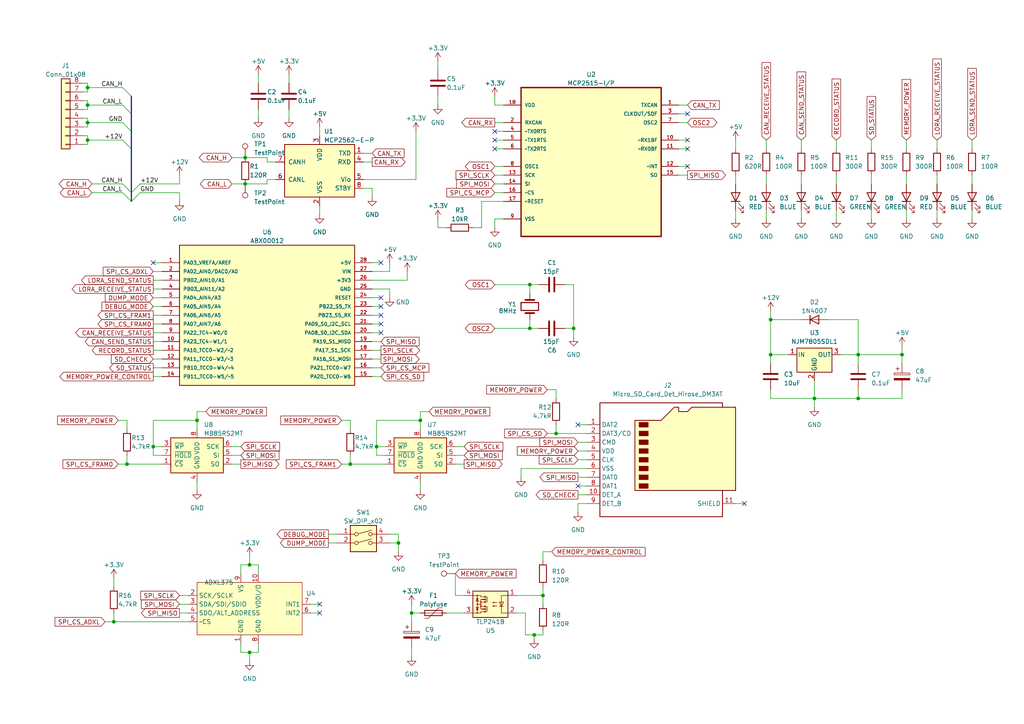
<source format=kicad_sch>
(kicad_sch (version 20230121) (generator eeschema)
  (paper "A4")
  (junction (at 121.92 121.92))
  (junction (at 236.22 115.57))
  (junction (at 261.62 102.87))
  (junction (at 153.67 95.25))
  (junction (at 101.6 134.62))
  (junction (at 25.4 30.48))
  (junction (at 57.15 121.92))
  (junction (at 25.4 25.4))
  (junction (at 153.67 82.55))
  (junction (at 25.4 40.64))
  (junction (at 154.94 184.15))
  (junction (at 71.12 53.34))
  (junction (at 248.92 115.57))
  (junction (at 33.02 180.34))
  (junction (at 161.29 125.73))
  (junction (at 157.48 172.72))
  (junction (at 72.39 163.83))
  (junction (at 223.52 102.87))
  (junction (at 109.22 129.54))
  (junction (at 119.38 177.8))
  (junction (at 25.4 35.56))
  (junction (at 115.57 157.48))
  (junction (at 36.83 134.62))
  (junction (at 71.12 45.72))
  (junction (at 72.39 189.23))
  (junction (at 44.45 129.54))
  (junction (at 166.37 95.25))
  (junction (at 223.52 92.71))
  (junction (at 248.92 102.87))
  (no_connect (at 199.39 40.64))
  (no_connect (at 110.49 93.98))
  (no_connect (at 143.51 40.64))
  (no_connect (at 199.39 43.18))
  (no_connect (at 167.64 140.97))
  (no_connect (at 110.49 96.52))
  (no_connect (at 110.49 86.36))
  (no_connect (at 92.71 177.8))
  (no_connect (at 92.71 175.26))
  (no_connect (at 143.51 43.18))
  (no_connect (at 199.39 33.02))
  (no_connect (at 167.64 123.19))
  (no_connect (at 143.51 38.1))
  (no_connect (at 110.49 76.2))
  (no_connect (at 110.49 91.44))
  (no_connect (at 110.49 88.9))
  (no_connect (at 215.9 146.05))
  (no_connect (at 44.45 76.2))
  (no_connect (at 199.39 48.26))
  (bus_entry (at 38.1 55.88) (size 2.54 -2.54))
  (bus_entry (at 35.56 35.56) (size 2.54 2.54))
  (bus_entry (at 38.1 58.42) (size -2.54 -2.54))
  (bus_entry (at 35.56 25.4) (size 2.54 2.54))
  (bus_entry (at 35.56 30.48) (size 2.54 2.54))
  (bus_entry (at 38.1 58.42) (size 2.54 -2.54))
  (bus_entry (at 35.56 40.64) (size 2.54 2.54))
  (bus_entry (at 38.1 55.88) (size -2.54 -2.54))
  (wire (pts (xy 52.07 58.42) (xy 52.07 55.88)))
  (wire (pts (xy 167.64 138.43) (xy 170.18 138.43)))
  (wire (pts (xy 25.4 40.64) (xy 35.56 40.64)))
  (wire (pts (xy 72.39 163.83) (xy 74.93 163.83)))
  (wire (pts (xy 52.07 53.34) (xy 40.64 53.34)))
  (wire (pts (xy 166.37 97.79) (xy 166.37 95.25)))
  (wire (pts (xy 196.85 50.8) (xy 199.39 50.8)))
  (wire (pts (xy 196.85 33.02) (xy 199.39 33.02)))
  (wire (pts (xy 109.22 121.92) (xy 109.22 129.54)))
  (wire (pts (xy 196.85 30.48) (xy 199.39 30.48)))
  (bus (pts (xy 38.1 55.88) (xy 38.1 58.42)))
  (wire (pts (xy 261.62 113.03) (xy 261.62 115.57)))
  (wire (pts (xy 101.6 134.62) (xy 111.76 134.62)))
  (wire (pts (xy 143.51 53.34) (xy 146.05 53.34)))
  (wire (pts (xy 57.15 121.92) (xy 57.15 124.46)))
  (wire (pts (xy 146.05 58.42) (xy 139.7 58.42)))
  (wire (pts (xy 107.95 83.82) (xy 113.03 83.82)))
  (wire (pts (xy 113.03 157.48) (xy 115.57 157.48)))
  (wire (pts (xy 107.95 81.28) (xy 118.11 81.28)))
  (wire (pts (xy 271.78 50.8) (xy 271.78 53.34)))
  (wire (pts (xy 132.08 166.37) (xy 132.08 172.72)))
  (wire (pts (xy 262.89 40.64) (xy 262.89 43.18)))
  (wire (pts (xy 236.22 110.49) (xy 236.22 115.57)))
  (wire (pts (xy 167.64 133.35) (xy 170.18 133.35)))
  (wire (pts (xy 25.4 35.56) (xy 25.4 36.83)))
  (wire (pts (xy 167.64 143.51) (xy 170.18 143.51)))
  (wire (pts (xy 166.37 95.25) (xy 166.37 82.55)))
  (wire (pts (xy 74.93 163.83) (xy 74.93 166.37)))
  (wire (pts (xy 44.45 109.22) (xy 46.99 109.22)))
  (wire (pts (xy 167.64 130.81) (xy 170.18 130.81)))
  (wire (pts (xy 154.94 184.15) (xy 157.48 184.15)))
  (wire (pts (xy 228.6 102.87) (xy 223.52 102.87)))
  (wire (pts (xy 44.45 78.74) (xy 46.99 78.74)))
  (wire (pts (xy 223.52 92.71) (xy 223.52 102.87)))
  (wire (pts (xy 252.73 40.64) (xy 252.73 43.18)))
  (wire (pts (xy 232.41 50.8) (xy 232.41 53.34)))
  (wire (pts (xy 153.67 95.25) (xy 156.21 95.25)))
  (wire (pts (xy 52.07 172.72) (xy 54.61 172.72)))
  (wire (pts (xy 90.17 175.26) (xy 92.71 175.26)))
  (wire (pts (xy 236.22 115.57) (xy 236.22 118.11)))
  (wire (pts (xy 196.85 43.18) (xy 199.39 43.18)))
  (wire (pts (xy 109.22 129.54) (xy 109.22 132.08)))
  (wire (pts (xy 44.45 91.44) (xy 46.99 91.44)))
  (wire (pts (xy 113.03 154.94) (xy 115.57 154.94)))
  (wire (pts (xy 107.95 86.36) (xy 110.49 86.36)))
  (wire (pts (xy 223.52 90.17) (xy 223.52 92.71)))
  (wire (pts (xy 44.45 106.68) (xy 46.99 106.68)))
  (wire (pts (xy 223.52 115.57) (xy 236.22 115.57)))
  (wire (pts (xy 252.73 50.8) (xy 252.73 53.34)))
  (wire (pts (xy 36.83 134.62) (xy 46.99 134.62)))
  (wire (pts (xy 223.52 102.87) (xy 223.52 105.41)))
  (wire (pts (xy 143.51 95.25) (xy 153.67 95.25)))
  (wire (pts (xy 248.92 115.57) (xy 248.92 113.03)))
  (wire (pts (xy 107.95 91.44) (xy 110.49 91.44)))
  (wire (pts (xy 107.95 54.61) (xy 107.95 57.15)))
  (wire (pts (xy 242.57 60.96) (xy 242.57 63.5)))
  (wire (pts (xy 74.93 21.59) (xy 74.93 24.13)))
  (bus (pts (xy 38.1 27.94) (xy 38.1 33.02)))
  (wire (pts (xy 157.48 160.02) (xy 157.48 162.56)))
  (wire (pts (xy 153.67 85.09) (xy 153.67 82.55)))
  (wire (pts (xy 213.36 40.64) (xy 213.36 43.18)))
  (wire (pts (xy 161.29 123.19) (xy 161.29 125.73)))
  (wire (pts (xy 69.85 186.69) (xy 69.85 189.23)))
  (wire (pts (xy 196.85 40.64) (xy 199.39 40.64)))
  (wire (pts (xy 46.99 132.08) (xy 44.45 132.08)))
  (wire (pts (xy 143.51 63.5) (xy 146.05 63.5)))
  (wire (pts (xy 153.67 82.55) (xy 156.21 82.55)))
  (wire (pts (xy 262.89 60.96) (xy 262.89 63.5)))
  (wire (pts (xy 24.13 41.91) (xy 25.4 41.91)))
  (wire (pts (xy 107.95 93.98) (xy 110.49 93.98)))
  (wire (pts (xy 105.41 44.45) (xy 107.95 44.45)))
  (wire (pts (xy 153.67 92.71) (xy 153.67 95.25)))
  (wire (pts (xy 107.95 76.2) (xy 110.49 76.2)))
  (wire (pts (xy 132.08 134.62) (xy 134.62 134.62)))
  (wire (pts (xy 163.83 95.25) (xy 166.37 95.25)))
  (wire (pts (xy 52.07 55.88) (xy 40.64 55.88)))
  (wire (pts (xy 242.57 40.64) (xy 242.57 43.18)))
  (wire (pts (xy 149.86 177.8) (xy 152.4 177.8)))
  (wire (pts (xy 105.41 46.99) (xy 107.95 46.99)))
  (wire (pts (xy 151.13 138.43) (xy 151.13 135.89)))
  (wire (pts (xy 121.92 121.92) (xy 109.22 121.92)))
  (wire (pts (xy 95.25 154.94) (xy 97.79 154.94)))
  (wire (pts (xy 161.29 125.73) (xy 170.18 125.73)))
  (wire (pts (xy 90.17 177.8) (xy 92.71 177.8)))
  (wire (pts (xy 127 27.94) (xy 127 30.48)))
  (wire (pts (xy 132.08 132.08) (xy 134.62 132.08)))
  (wire (pts (xy 107.95 106.68) (xy 110.49 106.68)))
  (wire (pts (xy 213.36 60.96) (xy 213.36 63.5)))
  (wire (pts (xy 167.64 140.97) (xy 170.18 140.97)))
  (wire (pts (xy 143.51 55.88) (xy 146.05 55.88)))
  (wire (pts (xy 72.39 189.23) (xy 74.93 189.23)))
  (wire (pts (xy 113.03 83.82) (xy 113.03 86.36)))
  (wire (pts (xy 132.08 129.54) (xy 134.62 129.54)))
  (wire (pts (xy 57.15 119.38) (xy 57.15 121.92)))
  (wire (pts (xy 240.03 92.71) (xy 248.92 92.71)))
  (wire (pts (xy 44.45 88.9) (xy 46.99 88.9)))
  (wire (pts (xy 67.31 45.72) (xy 71.12 45.72)))
  (wire (pts (xy 67.31 132.08) (xy 69.85 132.08)))
  (wire (pts (xy 24.13 24.13) (xy 25.4 24.13)))
  (wire (pts (xy 67.31 134.62) (xy 69.85 134.62)))
  (wire (pts (xy 248.92 102.87) (xy 261.62 102.87)))
  (wire (pts (xy 52.07 177.8) (xy 54.61 177.8)))
  (wire (pts (xy 25.4 34.29) (xy 25.4 35.56)))
  (wire (pts (xy 25.4 36.83) (xy 24.13 36.83)))
  (wire (pts (xy 77.47 46.99) (xy 77.47 45.72)))
  (wire (pts (xy 33.02 177.8) (xy 33.02 180.34)))
  (wire (pts (xy 44.45 81.28) (xy 46.99 81.28)))
  (wire (pts (xy 252.73 60.96) (xy 252.73 63.5)))
  (bus (pts (xy 38.1 43.18) (xy 38.1 55.88)))
  (wire (pts (xy 25.4 35.56) (xy 35.56 35.56)))
  (wire (pts (xy 121.92 139.7) (xy 121.92 142.24)))
  (wire (pts (xy 111.76 129.54) (xy 109.22 129.54)))
  (wire (pts (xy 281.94 40.64) (xy 281.94 43.18)))
  (wire (pts (xy 59.69 119.38) (xy 57.15 119.38)))
  (wire (pts (xy 46.99 129.54) (xy 44.45 129.54)))
  (wire (pts (xy 67.31 53.34) (xy 71.12 53.34)))
  (wire (pts (xy 74.93 186.69) (xy 74.93 189.23)))
  (wire (pts (xy 154.94 184.15) (xy 154.94 185.42)))
  (wire (pts (xy 119.38 175.26) (xy 119.38 177.8)))
  (wire (pts (xy 134.62 172.72) (xy 132.08 172.72)))
  (wire (pts (xy 99.06 121.92) (xy 101.6 121.92)))
  (wire (pts (xy 167.64 128.27) (xy 170.18 128.27)))
  (wire (pts (xy 24.13 31.75) (xy 25.4 31.75)))
  (wire (pts (xy 83.82 31.75) (xy 83.82 34.29)))
  (wire (pts (xy 167.64 146.05) (xy 170.18 146.05)))
  (wire (pts (xy 44.45 101.6) (xy 46.99 101.6)))
  (wire (pts (xy 167.64 146.05) (xy 167.64 148.59)))
  (wire (pts (xy 281.94 60.96) (xy 281.94 63.5)))
  (wire (pts (xy 25.4 25.4) (xy 35.56 25.4)))
  (wire (pts (xy 243.84 102.87) (xy 248.92 102.87)))
  (wire (pts (xy 262.89 50.8) (xy 262.89 53.34)))
  (wire (pts (xy 69.85 189.23) (xy 72.39 189.23)))
  (wire (pts (xy 24.13 26.67) (xy 25.4 26.67)))
  (wire (pts (xy 36.83 121.92) (xy 36.83 124.46)))
  (wire (pts (xy 152.4 177.8) (xy 152.4 184.15)))
  (wire (pts (xy 92.71 59.69) (xy 92.71 62.23)))
  (wire (pts (xy 44.45 96.52) (xy 46.99 96.52)))
  (wire (pts (xy 139.7 66.04) (xy 137.16 66.04)))
  (wire (pts (xy 107.95 99.06) (xy 110.49 99.06)))
  (wire (pts (xy 213.36 50.8) (xy 213.36 53.34)))
  (wire (pts (xy 242.57 50.8) (xy 242.57 53.34)))
  (wire (pts (xy 34.29 121.92) (xy 36.83 121.92)))
  (wire (pts (xy 101.6 132.08) (xy 101.6 134.62)))
  (wire (pts (xy 157.48 170.18) (xy 157.48 172.72)))
  (wire (pts (xy 143.51 48.26) (xy 146.05 48.26)))
  (wire (pts (xy 52.07 175.26) (xy 54.61 175.26)))
  (wire (pts (xy 69.85 163.83) (xy 72.39 163.83)))
  (wire (pts (xy 232.41 40.64) (xy 232.41 43.18)))
  (wire (pts (xy 44.45 121.92) (xy 57.15 121.92)))
  (wire (pts (xy 222.25 50.8) (xy 222.25 53.34)))
  (wire (pts (xy 261.62 100.33) (xy 261.62 102.87)))
  (wire (pts (xy 271.78 60.96) (xy 271.78 63.5)))
  (wire (pts (xy 25.4 39.37) (xy 25.4 40.64)))
  (wire (pts (xy 35.56 55.88) (xy 26.67 55.88)))
  (wire (pts (xy 24.13 29.21) (xy 25.4 29.21)))
  (wire (pts (xy 163.83 82.55) (xy 166.37 82.55)))
  (wire (pts (xy 80.01 46.99) (xy 77.47 46.99)))
  (wire (pts (xy 143.51 35.56) (xy 146.05 35.56)))
  (wire (pts (xy 167.64 123.19) (xy 170.18 123.19)))
  (wire (pts (xy 143.51 30.48) (xy 146.05 30.48)))
  (wire (pts (xy 72.39 191.77) (xy 72.39 189.23)))
  (wire (pts (xy 44.45 76.2) (xy 46.99 76.2)))
  (wire (pts (xy 143.51 50.8) (xy 146.05 50.8)))
  (wire (pts (xy 83.82 21.59) (xy 83.82 24.13)))
  (wire (pts (xy 160.02 160.02) (xy 157.48 160.02)))
  (wire (pts (xy 124.46 119.38) (xy 121.92 119.38)))
  (bus (pts (xy 38.1 38.1) (xy 38.1 43.18)))
  (wire (pts (xy 143.51 43.18) (xy 146.05 43.18)))
  (wire (pts (xy 69.85 166.37) (xy 69.85 163.83)))
  (wire (pts (xy 30.48 180.34) (xy 33.02 180.34)))
  (wire (pts (xy 261.62 105.41) (xy 261.62 102.87)))
  (wire (pts (xy 119.38 187.96) (xy 119.38 190.5)))
  (wire (pts (xy 118.11 78.74) (xy 118.11 81.28)))
  (wire (pts (xy 77.47 52.07) (xy 77.47 53.34)))
  (wire (pts (xy 271.78 40.64) (xy 271.78 43.18)))
  (wire (pts (xy 36.83 132.08) (xy 36.83 134.62)))
  (wire (pts (xy 143.51 82.55) (xy 153.67 82.55)))
  (wire (pts (xy 107.95 109.22) (xy 110.49 109.22)))
  (wire (pts (xy 158.75 113.03) (xy 161.29 113.03)))
  (wire (pts (xy 99.06 134.62) (xy 101.6 134.62)))
  (wire (pts (xy 44.45 86.36) (xy 46.99 86.36)))
  (wire (pts (xy 44.45 129.54) (xy 44.45 132.08)))
  (wire (pts (xy 107.95 88.9) (xy 110.49 88.9)))
  (wire (pts (xy 248.92 115.57) (xy 261.62 115.57)))
  (wire (pts (xy 222.25 60.96) (xy 222.25 63.5)))
  (wire (pts (xy 222.25 40.64) (xy 222.25 43.18)))
  (wire (pts (xy 119.38 177.8) (xy 121.92 177.8)))
  (wire (pts (xy 121.92 119.38) (xy 121.92 121.92)))
  (wire (pts (xy 107.95 96.52) (xy 110.49 96.52)))
  (wire (pts (xy 161.29 113.03) (xy 161.29 115.57)))
  (wire (pts (xy 113.03 76.2) (xy 113.03 78.74)))
  (wire (pts (xy 25.4 31.75) (xy 25.4 30.48)))
  (wire (pts (xy 95.25 157.48) (xy 97.79 157.48)))
  (wire (pts (xy 25.4 30.48) (xy 25.4 29.21)))
  (wire (pts (xy 143.51 66.04) (xy 143.51 63.5)))
  (wire (pts (xy 223.52 92.71) (xy 232.41 92.71)))
  (wire (pts (xy 120.65 38.1) (xy 120.65 52.07)))
  (wire (pts (xy 248.92 92.71) (xy 248.92 102.87)))
  (wire (pts (xy 143.51 40.64) (xy 146.05 40.64)))
  (wire (pts (xy 139.7 58.42) (xy 139.7 66.04)))
  (wire (pts (xy 157.48 172.72) (xy 157.48 175.26)))
  (wire (pts (xy 127 17.78) (xy 127 20.32)))
  (wire (pts (xy 33.02 180.34) (xy 54.61 180.34)))
  (wire (pts (xy 44.45 104.14) (xy 46.99 104.14)))
  (wire (pts (xy 67.31 129.54) (xy 69.85 129.54)))
  (wire (pts (xy 196.85 35.56) (xy 199.39 35.56)))
  (wire (pts (xy 119.38 177.8) (xy 119.38 180.34)))
  (wire (pts (xy 44.45 83.82) (xy 46.99 83.82)))
  (wire (pts (xy 71.12 53.34) (xy 77.47 53.34)))
  (wire (pts (xy 35.56 53.34) (xy 26.67 53.34)))
  (wire (pts (xy 107.95 104.14) (xy 110.49 104.14)))
  (bus (pts (xy 38.1 33.02) (xy 38.1 38.1)))
  (wire (pts (xy 157.48 184.15) (xy 157.48 182.88)))
  (wire (pts (xy 25.4 30.48) (xy 35.56 30.48)))
  (wire (pts (xy 151.13 135.89) (xy 170.18 135.89)))
  (wire (pts (xy 52.07 50.8) (xy 52.07 53.34)))
  (wire (pts (xy 127 66.04) (xy 129.54 66.04)))
  (wire (pts (xy 24.13 34.29) (xy 25.4 34.29)))
  (wire (pts (xy 25.4 25.4) (xy 25.4 26.67)))
  (wire (pts (xy 213.36 146.05) (xy 215.9 146.05)))
  (wire (pts (xy 44.45 129.54) (xy 44.45 121.92)))
  (wire (pts (xy 34.29 134.62) (xy 36.83 134.62)))
  (wire (pts (xy 101.6 121.92) (xy 101.6 124.46)))
  (wire (pts (xy 25.4 25.4) (xy 25.4 24.13)))
  (wire (pts (xy 92.71 36.83) (xy 92.71 39.37)))
  (wire (pts (xy 105.41 52.07) (xy 120.65 52.07)))
  (wire (pts (xy 248.92 102.87) (xy 248.92 105.41)))
  (wire (pts (xy 72.39 161.29) (xy 72.39 163.83)))
  (wire (pts (xy 33.02 167.64) (xy 33.02 170.18)))
  (wire (pts (xy 115.57 154.94) (xy 115.57 157.48)))
  (wire (pts (xy 236.22 115.57) (xy 248.92 115.57)))
  (wire (pts (xy 44.45 99.06) (xy 46.99 99.06)))
  (wire (pts (xy 44.45 93.98) (xy 46.99 93.98)))
  (wire (pts (xy 115.57 157.48) (xy 115.57 160.02)))
  (wire (pts (xy 105.41 54.61) (xy 107.95 54.61)))
  (wire (pts (xy 113.03 78.74) (xy 107.95 78.74)))
  (wire (pts (xy 111.76 132.08) (xy 109.22 132.08)))
  (wire (pts (xy 25.4 41.91) (xy 25.4 40.64)))
  (wire (pts (xy 127 63.5) (xy 127 66.04)))
  (wire (pts (xy 232.41 60.96) (xy 232.41 63.5)))
  (wire (pts (xy 158.75 125.73) (xy 161.29 125.73)))
  (wire (pts (xy 57.15 139.7) (xy 57.15 142.24)))
  (wire (pts (xy 281.94 50.8) (xy 281.94 53.34)))
  (wire (pts (xy 80.01 52.07) (xy 77.47 52.07)))
  (wire (pts (xy 74.93 31.75) (xy 74.93 34.29)))
  (wire (pts (xy 196.85 48.26) (xy 199.39 48.26)))
  (wire (pts (xy 157.48 172.72) (xy 149.86 172.72)))
  (wire (pts (xy 223.52 113.03) (xy 223.52 115.57)))
  (wire (pts (xy 71.12 45.72) (xy 77.47 45.72)))
  (wire (pts (xy 152.4 184.15) (xy 154.94 184.15)))
  (wire (pts (xy 129.54 177.8) (xy 134.62 177.8)))
  (wire (pts (xy 24.13 39.37) (xy 25.4 39.37)))
  (wire (pts (xy 143.51 38.1) (xy 146.05 38.1)))
  (wire (pts (xy 143.51 27.94) (xy 143.51 30.48)))
  (wire (pts (xy 107.95 101.6) (xy 110.49 101.6)))
  (wire (pts (xy 121.92 121.92) (xy 121.92 124.46)))
  (label "CAN_H" (at 35.56 25.4 180))
  (label "CAN_H" (at 35.56 53.34 180))
  (label "CAN_L" (at 35.56 30.48 180))
  (label "CAN_L" (at 35.56 55.88 180))
  (label "+12V" (at 35.56 40.64 180))
  (label "GND" (at 40.64 55.88 0))
  (label "GND" (at 35.56 35.56 180))
  (label "+12V" (at 40.64 53.34 0))
  (global_label "MEMORY_POWER" (shape input) (at 132.08 166.37 0) (property "Intersheetrefs" "${INTERSHEET_REFS}" (effects hide)))
  (global_label "SPI_CS_FRAM1" (shape input) (at 99.06 134.62 180) (property "Intersheetrefs" "${INTERSHEET_REFS}" (effects hide)))
  (global_label "LORA_RECEIVE_STATUS" (shape output) (at 44.45 83.82 180) (property "Intersheetrefs" "${INTERSHEET_REFS}" (effects hide)))
  (global_label "CAN_RECEIVE_STATUS" (shape output) (at 44.45 96.52 180) (property "Intersheetrefs" "${INTERSHEET_REFS}" (effects hide)))
  (global_label "OSC1" (shape bidirectional) (at 143.51 82.55 180) (property "Intersheetrefs" "${INTERSHEET_REFS}" (effects hide)))
  (global_label "SPI_CS_FRAM0" (shape output) (at 44.45 93.98 180) (property "Intersheetrefs" "${INTERSHEET_REFS}" (effects hide)))
  (global_label "SD_STATUS" (shape output) (at 44.45 106.68 180) (property "Intersheetrefs" "${INTERSHEET_REFS}" (effects hide)))
  (global_label "SPI_CS_FRAM1" (shape output) (at 44.45 91.44 180) (property "Intersheetrefs" "${INTERSHEET_REFS}" (effects hide)))
  (global_label "MEMORY_POWER" (shape input) (at 59.69 119.38 0) (property "Intersheetrefs" "${INTERSHEET_REFS}" (effects hide)))
  (global_label "CAN_L" (shape bidirectional) (at 67.31 53.34 180) (property "Intersheetrefs" "${INTERSHEET_REFS}" (effects hide)))
  (global_label "DEBUG_MODE" (shape output) (at 95.25 154.94 180) (property "Intersheetrefs" "${INTERSHEET_REFS}" (effects hide)))
  (global_label "LORA_RECEIVE_STATUS" (shape input) (at 271.78 40.64 90) (property "Intersheetrefs" "${INTERSHEET_REFS}" (effects hide)))
  (global_label "CAN_RX" (shape output) (at 143.51 35.56 180) (property "Intersheetrefs" "${INTERSHEET_REFS}" (effects hide)))
  (global_label "OSC2" (shape bidirectional) (at 143.51 95.25 180) (property "Intersheetrefs" "${INTERSHEET_REFS}" (effects hide)))
  (global_label "SPI_MISO" (shape output) (at 52.07 177.8 180) (property "Intersheetrefs" "${INTERSHEET_REFS}" (effects hide)))
  (global_label "SPI_CS_FRAM0" (shape input) (at 34.29 134.62 180) (property "Intersheetrefs" "${INTERSHEET_REFS}" (effects hide)))
  (global_label "SPI_CS_ADXL" (shape input) (at 44.45 78.74 180) (property "Intersheetrefs" "${INTERSHEET_REFS}" (effects hide)))
  (global_label "SPI_MOSI" (shape input) (at 134.62 132.08 0) (property "Intersheetrefs" "${INTERSHEET_REFS}" (effects hide)))
  (global_label "SPI_SCLK" (shape input) (at 143.51 50.8 180) (property "Intersheetrefs" "${INTERSHEET_REFS}" (effects hide)))
  (global_label "SPI_MISO" (shape output) (at 199.39 50.8 0) (property "Intersheetrefs" "${INTERSHEET_REFS}" (effects hide)))
  (global_label "SPI_SCLK" (shape input) (at 69.85 129.54 0) (property "Intersheetrefs" "${INTERSHEET_REFS}" (effects hide)))
  (global_label "SPI_CS_SD" (shape input) (at 110.49 109.22 0) (property "Intersheetrefs" "${INTERSHEET_REFS}" (effects hide)))
  (global_label "DEBUG_MODE" (shape input) (at 44.45 88.9 180) (property "Intersheetrefs" "${INTERSHEET_REFS}" (effects hide)))
  (global_label "DUMP_MODE" (shape output) (at 95.25 157.48 180) (property "Intersheetrefs" "${INTERSHEET_REFS}" (effects hide)))
  (global_label "MEMORY_POWER" (shape input) (at 34.29 121.92 180) (property "Intersheetrefs" "${INTERSHEET_REFS}" (effects hide)))
  (global_label "CAN_TX" (shape input) (at 107.95 44.45 0) (property "Intersheetrefs" "${INTERSHEET_REFS}" (effects hide)))
  (global_label "CAN_SEND_STATUS" (shape output) (at 44.45 99.06 180) (property "Intersheetrefs" "${INTERSHEET_REFS}" (effects hide)))
  (global_label "SPI_SCLK" (shape input) (at 134.62 129.54 0) (property "Intersheetrefs" "${INTERSHEET_REFS}" (effects hide)))
  (global_label "SPI_MISO" (shape output) (at 167.64 138.43 180) (property "Intersheetrefs" "${INTERSHEET_REFS}" (effects hide)))
  (global_label "SD_STATUS" (shape input) (at 252.73 40.64 90) (property "Intersheetrefs" "${INTERSHEET_REFS}" (effects hide)))
  (global_label "SPI_SCLK" (shape output) (at 110.49 101.6 0) (property "Intersheetrefs" "${INTERSHEET_REFS}" (effects hide)))
  (global_label "CAN_H" (shape bidirectional) (at 67.31 45.72 180) (property "Intersheetrefs" "${INTERSHEET_REFS}" (effects hide)))
  (global_label "SPI_MOSI" (shape input) (at 143.51 53.34 180) (property "Intersheetrefs" "${INTERSHEET_REFS}" (effects hide)))
  (global_label "OSC1" (shape bidirectional) (at 143.51 48.26 180) (property "Intersheetrefs" "${INTERSHEET_REFS}" (effects hide)))
  (global_label "CAN_RX" (shape output) (at 107.95 46.99 0) (property "Intersheetrefs" "${INTERSHEET_REFS}" (effects hide)))
  (global_label "MEMORY_POWER" (shape input) (at 124.46 119.38 0) (property "Intersheetrefs" "${INTERSHEET_REFS}" (effects hide)))
  (global_label "SPI_SCLK" (shape input) (at 167.64 133.35 180) (property "Intersheetrefs" "${INTERSHEET_REFS}" (effects hide)))
  (global_label "SPI_CS_MCP" (shape input) (at 110.49 106.68 0) (property "Intersheetrefs" "${INTERSHEET_REFS}" (effects hide)))
  (global_label "SPI_MOSI" (shape input) (at 167.64 128.27 180) (property "Intersheetrefs" "${INTERSHEET_REFS}" (effects hide)))
  (global_label "SPI_MISO" (shape input) (at 110.49 99.06 0) (property "Intersheetrefs" "${INTERSHEET_REFS}" (effects hide)))
  (global_label "LORA_SEND_STATUS" (shape output) (at 44.45 81.28 180) (property "Intersheetrefs" "${INTERSHEET_REFS}" (effects hide)))
  (global_label "SPI_MOSI" (shape input) (at 69.85 132.08 0) (property "Intersheetrefs" "${INTERSHEET_REFS}" (effects hide)))
  (global_label "MEMORY_POWER" (shape input) (at 167.64 130.81 180) (property "Intersheetrefs" "${INTERSHEET_REFS}" (effects hide)))
  (global_label "SPI_MOSI" (shape output) (at 110.49 104.14 0) (property "Intersheetrefs" "${INTERSHEET_REFS}" (effects hide)))
  (global_label "LORA_SEND_STATUS" (shape input) (at 281.94 40.64 90) (property "Intersheetrefs" "${INTERSHEET_REFS}" (effects hide)))
  (global_label "SPI_CS_MCP" (shape input) (at 143.51 55.88 180) (property "Intersheetrefs" "${INTERSHEET_REFS}" (effects hide)))
  (global_label "MEMORY_POWER" (shape input) (at 158.75 113.03 180) (property "Intersheetrefs" "${INTERSHEET_REFS}" (effects hide)))
  (global_label "CAN_SEND_STATUS" (shape input) (at 232.41 40.64 90) (property "Intersheetrefs" "${INTERSHEET_REFS}" (effects hide)))
  (global_label "SPI_CS_ADXL" (shape input) (at 30.48 180.34 180) (property "Intersheetrefs" "${INTERSHEET_REFS}" (effects hide)))
  (global_label "CAN_L" (shape bidirectional) (at 26.67 55.88 180) (property "Intersheetrefs" "${INTERSHEET_REFS}" (effects hide)))
  (global_label "MEMORY_POWER" (shape input) (at 99.06 121.92 180) (property "Intersheetrefs" "${INTERSHEET_REFS}" (effects hide)))
  (global_label "CAN_RECEIVE_STATUS" (shape input) (at 222.25 40.64 90) (property "Intersheetrefs" "${INTERSHEET_REFS}" (effects hide)))
  (global_label "MEMORY_POWER" (shape input) (at 262.89 40.64 90) (property "Intersheetrefs" "${INTERSHEET_REFS}" (effects hide)))
  (global_label "MEMORY_POWER_CONTROL" (shape output) (at 44.45 109.22 180) (property "Intersheetrefs" "${INTERSHEET_REFS}" (effects hide)))
  (global_label "CAN_TX" (shape input) (at 199.39 30.48 0) (property "Intersheetrefs" "${INTERSHEET_REFS}" (effects hide)))
  (global_label "CAN_H" (shape bidirectional) (at 26.67 53.34 180) (property "Intersheetrefs" "${INTERSHEET_REFS}" (effects hide)))
  (global_label "OSC2" (shape bidirectional) (at 199.39 35.56 0) (property "Intersheetrefs" "${INTERSHEET_REFS}" (effects hide)))
  (global_label "SPI_MOSI" (shape input) (at 52.07 175.26 180) (property "Intersheetrefs" "${INTERSHEET_REFS}" (effects hide)))
  (global_label "SPI_MISO" (shape output) (at 134.62 134.62 0) (property "Intersheetrefs" "${INTERSHEET_REFS}" (effects hide)))
  (global_label "RECORD_STATUS" (shape input) (at 242.57 40.64 90) (property "Intersheetrefs" "${INTERSHEET_REFS}" (effects hide)))
  (global_label "SD_CHECK" (shape input) (at 44.45 104.14 180) (property "Intersheetrefs" "${INTERSHEET_REFS}" (effects hide)))
  (global_label "SPI_CS_SD" (shape input) (at 158.75 125.73 180) (property "Intersheetrefs" "${INTERSHEET_REFS}" (effects hide)))
  (global_label "RECORD_STATUS" (shape output) (at 44.45 101.6 180) (property "Intersheetrefs" "${INTERSHEET_REFS}" (effects hide)))
  (global_label "SD_CHECK" (shape output) (at 167.64 143.51 180) (property "Intersheetrefs" "${INTERSHEET_REFS}" (effects hide)))
  (global_label "SPI_MISO" (shape output) (at 69.85 134.62 0) (property "Intersheetrefs" "${INTERSHEET_REFS}" (effects hide)))
  (global_label "DUMP_MODE" (shape input) (at 44.45 86.36 180) (property "Intersheetrefs" "${INTERSHEET_REFS}" (effects hide)))
  (global_label "MEMORY_POWER_CONTROL" (shape input) (at 160.02 160.02 0) (property "Intersheetrefs" "${INTERSHEET_REFS}" (effects hide)))
  (global_label "SPI_SCLK" (shape input) (at 52.07 172.72 180) (property "Intersheetrefs" "${INTERSHEET_REFS}" (effects hide)))
  (symbol (lib_id "Device:R") (at 213.36 46.99 0) (unit 1)
    (property "Reference" "R2" (at 215.9 45.7199 0) (effects (justify left)))
    (property "Value" "620R" (at 215.9 48.2599 0) (effects (justify left)))
    (property "Footprint" "Resistor_SMD:R_0603_1608Metric_Pad0.98x0.95mm_HandSolder" (effects hide))
  )
  (symbol (lib_id "Device:Polyfuse") (at 125.73 177.8 90) (unit 1)
    (property "Reference" "F1" (at 125.73 172.72 90))
    (property "Value" "Polyfuse" (at 125.73 175.26 90))
    (property "Footprint" "Fuse:Fuse_1206_3216Metric_Pad1.42x1.75mm_HandSolder" (effects hide))
  )
  (symbol (lib_id "power:GND") (at 121.92 142.24 0) (unit 1)
    (property "Reference" "#PWR037" (effects hide))
    (property "Value" "GND" (at 121.92 147.32 0))
  )
  (symbol (lib_id "power:GND") (at 127 30.48 0) (unit 1)
    (property "Reference" "#PWR022" (effects hide))
    (property "Value" "GND" (at 127 35.56 0))
  )
  (symbol (lib_id "Device:C") (at 248.92 109.22 0) (unit 1)
    (property "Reference" "C7" (at 252.73 108.585 0) (effects (justify left)))
    (property "Value" "0.1uF" (at 252.73 111.125 0) (effects (justify left)))
    (property "Footprint" "Capacitor_SMD:C_0603_1608Metric_Pad1.08x0.95mm_HandSolder" (effects hide))
  )
  (symbol (lib_id "Device:R") (at 271.78 46.99 0) (unit 1)
    (property "Reference" "R6" (at 274.32 45.7199 0) (effects (justify left)))
    (property "Value" "100R" (at 274.32 48.2599 0) (effects (justify left)))
    (property "Footprint" "Resistor_SMD:R_0805_2012Metric_Pad1.20x1.40mm_HandSolder" (effects hide))
  )
  (symbol (lib_id "power:GND") (at 113.03 86.36 0) (unit 1)
    (property "Reference" "#PWR02" (effects hide))
    (property "Value" "GND" (at 116.84 87.63 0))
  )
  (symbol (lib_id "power:GND") (at 167.64 148.59 0) (unit 1)
    (property "Reference" "#PWR028" (effects hide))
    (property "Value" "GND" (at 167.64 153.67 0))
  )
  (symbol (lib_id "power:GND") (at 281.94 63.5 0) (unit 1)
    (property "Reference" "#PWR043" (effects hide))
    (property "Value" "GND" (at 281.94 68.58 0))
  )
  (symbol (lib_id "power:GND") (at 119.38 190.5 0) (unit 1)
    (property "Reference" "#PWR019" (effects hide))
    (property "Value" "GND" (at 119.38 195.58 0))
  )
  (symbol (lib_id "Device:LED") (at 213.36 57.15 90) (unit 1)
    (property "Reference" "D1" (at 217.17 57.4674 90) (effects (justify right)))
    (property "Value" "RED" (at 217.17 60.0074 90) (effects (justify right)))
    (property "Footprint" "LED_SMD:LED_0603_1608Metric_Pad1.05x0.95mm_HandSolder" (effects hide))
  )
  (symbol (lib_id "Device:R") (at 133.35 66.04 90) (unit 1)
    (property "Reference" "R3" (at 133.35 60.96 90))
    (property "Value" "10kR" (at 133.35 63.5 90))
    (property "Footprint" "Resistor_SMD:R_0805_2012Metric_Pad1.20x1.40mm_HandSolder" (effects hide))
  )
  (symbol (lib_id "Device:C") (at 160.02 95.25 270) (mirror x) (unit 1)
    (property "Reference" "C6" (at 158.75 101.6 90) (effects (justify left)))
    (property "Value" "15pF" (at 157.48 99.06 90) (effects (justify left)))
    (property "Footprint" "Capacitor_SMD:C_0603_1608Metric_Pad1.08x0.95mm_HandSolder" (effects hide))
  )
  (symbol (lib_id "Regulator_Linear:L7805") (at 236.22 102.87 0) (unit 1)
    (property "Reference" "U3" (at 236.22 96.52 0))
    (property "Value" "NJM7805SDL1" (at 236.22 99.06 0))
    (property "Footprint" "Package_TO_SOT_SMD:TO-252-2" (effects hide))
    (property "Datasheet" "http://www.st.com/content/ccc/resource/technical/document/datasheet/41/4f/b3/b0/12/d4/47/88/CD00000444.pdf/files/CD00000444.pdf/jcr:content/translations/en.CD00000444.pdf" (effects hide))
  )
  (symbol (lib_id "Device:R") (at 252.73 46.99 0) (unit 1)
    (property "Reference" "R15" (at 255.27 45.7199 0) (effects (justify left)))
    (property "Value" "300R" (at 255.27 48.2599 0) (effects (justify left)))
    (property "Footprint" "Resistor_SMD:R_0603_1608Metric_Pad0.98x0.95mm_HandSolder" (effects hide))
  )
  (symbol (lib_id "power:GND") (at 52.07 58.42 0) (mirror y) (unit 1)
    (property "Reference" "#PWR045" (effects hide))
    (property "Value" "GND" (at 52.07 63.5 0))
  )
  (symbol (lib_id "power:GND") (at 213.36 63.5 0) (unit 1)
    (property "Reference" "#PWR032" (effects hide))
    (property "Value" "GND" (at 213.36 68.58 0))
  )
  (symbol (lib_id "Device:LED") (at 242.57 57.15 90) (unit 1)
    (property "Reference" "D7" (at 246.38 57.4674 90) (effects (justify right)))
    (property "Value" "GREEN" (at 246.38 60.0074 90) (effects (justify right)))
    (property "Footprint" "LED_SMD:LED_0603_1608Metric_Pad1.05x0.95mm_HandSolder" (effects hide))
  )
  (symbol (lib_id "Device:LED") (at 232.41 57.15 90) (unit 1)
    (property "Reference" "D4" (at 236.22 57.4674 90) (effects (justify right)))
    (property "Value" "BLUE" (at 236.22 60.0074 90) (effects (justify right)))
    (property "Footprint" "LED_SMD:LED_0603_1608Metric_Pad1.05x0.95mm_HandSolder" (effects hide))
  )
  (symbol (lib_id "Connector:TestPoint") (at 132.08 166.37 90) (unit 1)
    (property "Reference" "TP3" (at 128.778 161.29 90))
    (property "Value" "TestPoint" (at 128.778 163.83 90))
    (property "Footprint" "Connector_Pin:Pin_D1.0mm_L10.0mm" (effects hide))
  )
  (symbol (lib_id "Device:C") (at 83.82 27.94 0) (unit 1)
    (property "Reference" "C4" (at 86.36 26.67 0) (effects (justify left)))
    (property "Value" "0.1uF" (at 86.36 29.21 0) (effects (justify left)))
    (property "Footprint" "Capacitor_SMD:C_0603_1608Metric_Pad1.08x0.95mm_HandSolder" (effects hide))
  )
  (symbol (lib_id "Device:R") (at 101.6 128.27 0) (unit 1)
    (property "Reference" "R14" (at 102.87 127 0) (effects (justify left)))
    (property "Value" "4.7kR" (at 102.87 129.54 0) (effects (justify left)))
    (property "Footprint" "Resistor_SMD:R_0603_1608Metric_Pad0.98x0.95mm_HandSolder" (effects hide))
  )
  (symbol (lib_id "Device:R") (at 36.83 128.27 0) (unit 1)
    (property "Reference" "R13" (at 38.1 127 0) (effects (justify left)))
    (property "Value" "4.7kR" (at 38.1 129.54 0) (effects (justify left)))
    (property "Footprint" "Resistor_SMD:R_0603_1608Metric_Pad0.98x0.95mm_HandSolder" (effects hide))
  )
  (symbol (lib_id "power:+3.3V") (at 83.82 21.59 0) (unit 1)
    (property "Reference" "#PWR09" (effects hide))
    (property "Value" "+3.3V" (at 83.82 17.78 0))
  )
  (symbol (lib_id "power:GND") (at 222.25 63.5 0) (unit 1)
    (property "Reference" "#PWR035" (effects hide))
    (property "Value" "GND" (at 222.25 68.58 0))
  )
  (symbol (lib_id "Device:C") (at 223.52 109.22 0) (unit 1)
    (property "Reference" "C3" (at 227.33 108.585 0) (effects (justify left)))
    (property "Value" "10uF" (at 227.33 111.125 0) (effects (justify left)))
    (property "Footprint" "Capacitor_SMD:C_0603_1608Metric_Pad1.08x0.95mm_HandSolder" (effects hide))
  )
  (symbol (lib_id "power:+3.3V") (at 72.39 161.29 0) (unit 1)
    (property "Reference" "#PWR05" (effects hide))
    (property "Value" "+3.3V" (at 72.39 157.48 0))
  )
  (symbol (lib_id "Device:R") (at 157.48 179.07 0) (unit 1)
    (property "Reference" "R8" (at 160.02 178.435 0) (effects (justify left)))
    (property "Value" "120R" (at 160.02 180.975 0) (effects (justify left)))
    (property "Footprint" "Resistor_SMD:R_0603_1608Metric_Pad0.98x0.95mm_HandSolder" (effects hide))
  )
  (symbol (lib_id "power:+3.3V") (at 33.02 167.64 0) (unit 1)
    (property "Reference" "#PWR01" (effects hide))
    (property "Value" "+3.3V" (at 33.02 163.83 0))
  )
  (symbol (lib_id "Interface_CAN_LIN:MCP2562-E-P") (at 92.71 49.53 0) (mirror y) (unit 1)
    (property "Reference" "U1" (at 93.98 38.1 0) (effects (justify right)))
    (property "Value" "MCP2562-E-P" (at 93.98 40.64 0) (effects (justify right)))
    (property "Footprint" "Package_DIP:DIP-8_W7.62mm" (effects hide))
    (property "Datasheet" "http://ww1.microchip.com/downloads/en/DeviceDoc/25167A.pdf" (effects hide))
  )
  (symbol (lib_id "Device:C") (at 127 24.13 0) (unit 1)
    (property "Reference" "C5" (at 129.54 22.86 0) (effects (justify left)))
    (property "Value" "0.1uF" (at 129.54 25.4 0) (effects (justify left)))
    (property "Footprint" "Capacitor_SMD:C_0603_1608Metric_Pad1.08x0.95mm_HandSolder" (effects hide))
  )
  (symbol (lib_id "power:+5V") (at 74.93 21.59 0) (unit 1)
    (property "Reference" "#PWR07" (effects hide))
    (property "Value" "+5V" (at 74.93 17.78 0))
  )
  (symbol (lib_id "Device:LED") (at 281.94 57.15 90) (unit 1)
    (property "Reference" "D6" (at 285.75 57.4674 90) (effects (justify right)))
    (property "Value" "BLUE" (at 285.75 60.0074 90) (effects (justify right)))
    (property "Footprint" "LED_SMD:LED_0603_1608Metric_Pad1.05x0.95mm_HandSolder" (effects hide))
  )
  (symbol (lib_id "Switch:SW_DIP_x02") (at 105.41 157.48 0) (unit 1)
    (property "Reference" "SW1" (at 105.41 148.59 0))
    (property "Value" "SW_DIP_x02" (at 105.41 151.13 0))
    (property "Footprint" "Button_Switch_THT:SW_DIP_SPSTx02_Piano_10.8x6.64mm_W7.62mm_P2.54mm" (effects hide))
  )
  (symbol (lib_id "power:GND") (at 166.37 97.79 0) (unit 1)
    (property "Reference" "#PWR030" (effects hide))
    (property "Value" "GND" (at 166.37 102.87 0))
  )
  (symbol (lib_id "Device:R") (at 161.29 119.38 0) (mirror y) (unit 1)
    (property "Reference" "R12" (at 160.02 118.11 0) (effects (justify left)))
    (property "Value" "4.7kR" (at 160.02 120.65 0) (effects (justify left)))
    (property "Footprint" "Resistor_SMD:R_0603_1608Metric_Pad0.98x0.95mm_HandSolder" (effects hide))
  )
  (symbol (lib_id "power:GND") (at 57.15 142.24 0) (unit 1)
    (property "Reference" "#PWR038" (effects hide))
    (property "Value" "GND" (at 57.15 147.32 0))
  )
  (symbol (lib_id "power:GND") (at 151.13 138.43 0) (unit 1)
    (property "Reference" "#PWR024" (effects hide))
    (property "Value" "GND" (at 151.13 143.51 0))
  )
  (symbol (lib_id "Memory_NVRAM:MB85RS2MT") (at 121.92 132.08 0) (unit 1)
    (property "Reference" "U7" (at 123.8759 123.19 0) (effects (justify left)))
    (property "Value" "MB85RS2MT" (at 123.8759 125.73 0) (effects (justify left)))
    (property "Footprint" "Package_DIP:DIP-8_W7.62mm" (effects hide))
    (property "Datasheet" "http://www.fujitsu.com/downloads/MICRO/fsa/pdf/products/memory/fram/MB85RS16-DS501-00014-6v0-E.pdf" (effects hide))
  )
  (symbol (lib_id "StrawberryLinux_ADXL375_Module:ADXL375") (at 63.5 168.91 0) (unit 1)
    (property "Reference" "U4" (at 90.17 172.1103 0))
    (property "Value" "ADXL375" (at 63.5 168.91 0))
    (property "Footprint" "StrawberryLinux_ADXL375_Module:ADXL375" (effects hide))
  )
  (symbol (lib_id "Device:C") (at 74.93 27.94 0) (unit 1)
    (property "Reference" "C2" (at 77.47 26.67 0) (effects (justify left)))
    (property "Value" "0.1uF" (at 77.47 29.21 0) (effects (justify left)))
    (property "Footprint" "Capacitor_SMD:C_0603_1608Metric_Pad1.08x0.95mm_HandSolder" (effects hide))
  )
  (symbol (lib_id "Memory_NVRAM:MB85RS2MT") (at 57.15 132.08 0) (unit 1)
    (property "Reference" "U8" (at 59.1059 123.19 0) (effects (justify left)))
    (property "Value" "MB85RS2MT" (at 59.1059 125.73 0) (effects (justify left)))
    (property "Footprint" "Package_DIP:DIP-8_W7.62mm" (effects hide))
    (property "Datasheet" "http://www.fujitsu.com/downloads/MICRO/fsa/pdf/products/memory/fram/MB85RS16-DS501-00014-6v0-E.pdf" (effects hide))
  )
  (symbol (lib_id "Device:R") (at 262.89 46.99 0) (unit 1)
    (property "Reference" "R9" (at 265.43 45.7199 0) (effects (justify left)))
    (property "Value" "300R" (at 265.43 48.2599 0) (effects (justify left)))
    (property "Footprint" "Resistor_SMD:R_0603_1608Metric_Pad0.98x0.95mm_HandSolder" (effects hide))
  )
  (symbol (lib_id "power:GND") (at 107.95 57.15 0) (unit 1)
    (property "Reference" "#PWR015" (effects hide))
    (property "Value" "GND" (at 107.95 62.23 0))
  )
  (symbol (lib_id "Device:R") (at 157.48 166.37 0) (unit 1)
    (property "Reference" "R10" (at 160.02 165.735 0) (effects (justify left)))
    (property "Value" "120R" (at 160.02 168.275 0) (effects (justify left)))
    (property "Footprint" "Resistor_SMD:R_0603_1608Metric_Pad0.98x0.95mm_HandSolder" (effects hide))
  )
  (symbol (lib_id "power:GND") (at 143.51 66.04 0) (unit 1)
    (property "Reference" "#PWR026" (effects hide))
    (property "Value" "GND" (at 143.51 71.12 0))
  )
  (symbol (lib_id "power:GND") (at 252.73 63.5 0) (unit 1)
    (property "Reference" "#PWR040" (effects hide))
    (property "Value" "GND" (at 252.73 68.58 0))
  )
  (symbol (lib_id "power:+5V") (at 261.62 100.33 0) (unit 1)
    (property "Reference" "#PWR04" (effects hide))
    (property "Value" "+5V" (at 261.62 96.52 0))
  )
  (symbol (lib_id "ABX00012:ABX00012") (at 77.47 91.44 0) (unit 1)
    (property "Reference" "U6" (at 77.47 67.31 0))
    (property "Value" "ABX00012" (at 77.47 69.85 0))
    (property "Footprint" "ABX00012:ARDUINO_ABX00012" (effects hide))
    (property "STANDARD" "Manufacturer Recommendations" (effects hide))
    (property "PARTREV" "5" (effects hide))
    (property "MANUFACTURER" "Arduino" (effects hide))
  )
  (symbol (lib_id "power:+12V") (at 52.07 50.8 0) (mirror y) (unit 1)
    (property "Reference" "#PWR044" (effects hide))
    (property "Value" "+12V" (at 52.07 46.99 0))
  )
  (symbol (lib_id "Device:LED") (at 252.73 57.15 90) (unit 1)
    (property "Reference" "D8" (at 256.54 57.4674 90) (effects (justify right)))
    (property "Value" "GREEN" (at 256.54 60.0074 90) (effects (justify right)))
    (property "Footprint" "LED_SMD:LED_0603_1608Metric_Pad1.05x0.95mm_HandSolder" (effects hide))
  )
  (symbol (lib_id "Device:LED") (at 262.89 57.15 90) (unit 1)
    (property "Reference" "D9" (at 266.7 57.4674 90) (effects (justify right)))
    (property "Value" "RED" (at 266.7 60.0074 90) (effects (justify right)))
    (property "Footprint" "LED_SMD:LED_0603_1608Metric_Pad1.05x0.95mm_HandSolder" (effects hide))
  )
  (symbol (lib_id "power:+3.3V") (at 127 63.5 0) (unit 1)
    (property "Reference" "#PWR023" (effects hide))
    (property "Value" "+3.3V" (at 127 59.69 0))
  )
  (symbol (lib_id "power:+3.3V") (at 120.65 38.1 0) (unit 1)
    (property "Reference" "#PWR020" (effects hide))
    (property "Value" "+3.3V" (at 120.65 34.29 0))
  )
  (symbol (lib_id "power:GND") (at 154.94 185.42 0) (unit 1)
    (property "Reference" "#PWR029" (effects hide))
    (property "Value" "GND" (at 154.94 190.5 0))
  )
  (symbol (lib_id "power:+12V") (at 223.52 90.17 0) (mirror y) (unit 1)
    (property "Reference" "#PWR03" (effects hide))
    (property "Value" "+12V" (at 223.52 86.36 0))
  )
  (symbol (lib_id "Device:LED") (at 271.78 57.15 90) (unit 1)
    (property "Reference" "D5" (at 275.59 57.4674 90) (effects (justify right)))
    (property "Value" "BLUE" (at 275.59 60.0074 90) (effects (justify right)))
    (property "Footprint" "LED_SMD:LED_0603_1608Metric_Pad1.05x0.95mm_HandSolder" (effects hide))
  )
  (symbol (lib_id "power:+5V") (at 113.03 76.2 0) (unit 1)
    (property "Reference" "#PWR016" (effects hide))
    (property "Value" "+5V" (at 113.03 72.39 0))
  )
  (symbol (lib_id "power:GND") (at 232.41 63.5 0) (unit 1)
    (property "Reference" "#PWR036" (effects hide))
    (property "Value" "GND" (at 232.41 68.58 0))
  )
  (symbol (lib_id "Connector_Generic:Conn_01x08") (at 19.05 34.29 180) (unit 1)
    (property "Reference" "J1" (at 19.05 19.05 0))
    (property "Value" "Conn_01x08" (at 19.05 21.59 0))
    (property "Footprint" "Hirose_Connector:Hirose_DF11B-8DP-2DS" (effects hide))
  )
  (symbol (lib_id "power:GND") (at 92.71 62.23 0) (unit 1)
    (property "Reference" "#PWR013" (effects hide))
    (property "Value" "GND" (at 92.71 67.31 0))
  )
  (symbol (lib_id "Device:Crystal") (at 153.67 88.9 270) (mirror x) (unit 1)
    (property "Reference" "Y1" (at 149.86 88.265 90) (effects (justify right)))
    (property "Value" "8MHz" (at 149.86 90.17 90) (effects (justify right)))
    (property "Footprint" "Crystal:Crystal_SMD_HC49-SD" (effects hide))
  )
  (symbol (lib_id "power:GND") (at 242.57 63.5 0) (unit 1)
    (property "Reference" "#PWR039" (effects hide))
    (property "Value" "GND" (at 242.57 68.58 0))
  )
  (symbol (lib_id "power:GND") (at 72.39 191.77 0) (unit 1)
    (property "Reference" "#PWR06" (effects hide))
    (property "Value" "GND" (at 72.39 196.85 0))
  )
  (symbol (lib_id "Diode:1N4007") (at 236.22 92.71 0) (unit 1)
    (property "Reference" "D2" (at 236.22 87.63 0))
    (property "Value" "1N4007" (at 236.22 90.17 0))
    (property "Footprint" "Diode_SMD:D_SOD-123F" (effects hide))
    (property "Datasheet" "http://www.vishay.com/docs/88503/1n4001.pdf" (effects hide))
    (property "Sim.Device" "D" (effects hide))
    (property "Sim.Pins" "1=K 2=A" (effects hide))
  )
  (symbol (lib_id "Device:C_Polarized") (at 261.62 109.22 0) (unit 1)
    (property "Reference" "C8" (at 265.43 107.696 0) (effects (justify left)))
    (property "Value" "47uF" (at 265.43 110.236 0) (effects (justify left)))
    (property "Footprint" "Capacitor_SMD:CP_Elec_6.3x5.9" (effects hide))
  )
  (symbol (lib_id "Device:C_Polarized") (at 119.38 184.15 0) (unit 1)
    (property "Reference" "C9" (at 123.19 182.626 0) (effects (justify left)))
    (property "Value" "47uF" (at 123.19 185.166 0) (effects (justify left)))
    (property "Footprint" "Capacitor_SMD:CP_Elec_6.3x5.9" (effects hide))
  )
  (symbol (lib_id "power:GND") (at 74.93 34.29 0) (unit 1)
    (property "Reference" "#PWR08" (effects hide))
    (property "Value" "GND" (at 74.93 39.37 0))
  )
  (symbol (lib_id "power:+3.3V") (at 119.38 175.26 0) (mirror y) (unit 1)
    (property "Reference" "#PWR018" (effects hide))
    (property "Value" "+3.3V" (at 119.38 171.45 0))
  )
  (symbol (lib_id "MCP2515-I_P:MCP2515-I{slash}P") (at 171.45 43.18 0) (unit 1)
    (property "Reference" "U2" (at 171.45 21.59 0))
    (property "Value" "MCP2515-I/P" (at 171.45 24.13 0))
    (property "Footprint" "Package_DIP:DIP-18_W7.62mm" (effects hide))
    (property "MPN" "MCP2515-I/P" (effects hide))
    (property "OC_FARNELL" "1439391" (effects hide))
    (property "PACKAGE" "PDIP-18" (effects hide))
    (property "SUPPLIER" "MICROCHIP" (effects hide))
    (property "DESCRIPTION" "CAN CONTRL" (effects hide))
    (property "OC_NEWARK" "61K2945" (effects hide))
  )
  (symbol (lib_id "Device:R") (at 281.94 46.99 0) (unit 1)
    (property "Reference" "R7" (at 284.48 45.7199 0) (effects (justify left)))
    (property "Value" "100R" (at 284.48 48.2599 0) (effects (justify left)))
    (property "Footprint" "Resistor_SMD:R_0805_2012Metric_Pad1.20x1.40mm_HandSolder" (effects hide))
  )
  (symbol (lib_id "power:GND") (at 271.78 63.5 0) (unit 1)
    (property "Reference" "#PWR042" (effects hide))
    (property "Value" "GND" (at 271.78 68.58 0))
  )
  (symbol (lib_id "Connector:TestPoint") (at 71.12 45.72 0) (unit 1)
    (property "Reference" "TP1" (at 73.66 41.783 0) (effects (justify left)))
    (property "Value" "TestPoint" (at 73.66 44.323 0) (effects (justify left)))
    (property "Footprint" "Connector_Pin:Pin_D1.0mm_L10.0mm" (effects hide))
  )
  (symbol (lib_id "Device:R") (at 232.41 46.99 0) (unit 1)
    (property "Reference" "R5" (at 234.95 45.7199 0) (effects (justify left)))
    (property "Value" "100R" (at 234.95 48.2599 0) (effects (justify left)))
    (property "Footprint" "Resistor_SMD:R_0805_2012Metric_Pad1.20x1.40mm_HandSolder" (effects hide))
  )
  (symbol (lib_id "Relay_SolidState:TLP222A") (at 142.24 175.26 0) (mirror y) (unit 1)
    (property "Reference" "U5" (at 142.24 182.88 0))
    (property "Value" "TLP241B" (at 142.24 180.34 0))
    (property "Footprint" "Package_DIP:DIP-4_W7.62mm" (effects hide))
    (property "Datasheet" "https://toshiba.semicon-storage.com/info/docget.jsp?did=17036&prodName=TLP222A" (effects hide))
  )
  (symbol (lib_id "Device:C") (at 160.02 82.55 270) (mirror x) (unit 1)
    (property "Reference" "C1" (at 158.75 76.2 90) (effects (justify left)))
    (property "Value" "15pF" (at 157.48 78.74 90) (effects (justify left)))
    (property "Footprint" "Capacitor_SMD:C_0603_1608Metric_Pad1.08x0.95mm_HandSolder" (effects hide))
  )
  (symbol (lib_id "Device:R") (at 33.02 173.99 0) (unit 1)
    (property "Reference" "R16" (at 34.29 172.72 0) (effects (justify left)))
    (property "Value" "4.7kR" (at 34.29 175.26 0) (effects (justify left)))
    (property "Footprint" "Resistor_SMD:R_0603_1608Metric_Pad0.98x0.95mm_HandSolder" (effects hide))
  )
  (symbol (lib_id "power:+5V") (at 213.36 40.64 0) (unit 1)
    (property "Reference" "#PWR031" (effects hide))
    (property "Value" "+5V" (at 213.36 36.83 0))
  )
  (symbol (lib_id "Device:R") (at 71.12 49.53 0) (unit 1)
    (property "Reference" "R1" (at 72.39 48.26 0) (effects (justify left)))
    (property "Value" "120R" (at 72.39 50.8 0) (effects (justify left)))
    (property "Footprint" "Resistor_SMD:R_0603_1608Metric_Pad0.98x0.95mm_HandSolder" (effects hide))
  )
  (symbol (lib_id "Device:R") (at 242.57 46.99 0) (unit 1)
    (property "Reference" "R11" (at 245.11 45.7199 0) (effects (justify left)))
    (property "Value" "300R" (at 245.11 48.2599 0) (effects (justify left)))
    (property "Footprint" "Resistor_SMD:R_0603_1608Metric_Pad0.98x0.95mm_HandSolder" (effects hide))
  )
  (symbol (lib_id "power:+3.3V") (at 143.51 27.94 0) (unit 1)
    (property "Reference" "#PWR025" (effects hide))
    (property "Value" "+3.3V" (at 143.51 24.13 0))
  )
  (symbol (lib_id "Connector:Micro_SD_Card_Det_Hirose_DM3AT") (at 193.04 133.35 0) (unit 1)
    (property "Reference" "J2" (at 193.675 111.76 0))
    (property "Value" "Micro_SD_Card_Det_Hirose_DM3AT" (at 193.675 114.3 0))
    (property "Footprint" "Connector_Card:microSD_HC_Hirose_DM3AT-SF-PEJM5" (effects hide))
    (property "Datasheet" "https://www.hirose.com/product/en/download_file/key_name/DM3/category/Catalog/doc_file_id/49662/?file_category_id=4&item_id=195&is_series=1" (effects hide))
  )
  (symbol (lib_id "power:GND") (at 236.22 118.11 0) (unit 1)
    (property "Reference" "#PWR046" (effects hide))
    (property "Value" "GND" (at 236.22 123.19 0))
  )
  (symbol (lib_id "Device:R") (at 222.25 46.99 0) (unit 1)
    (property "Reference" "R4" (at 224.79 45.7199 0) (effects (justify left)))
    (property "Value" "100R" (at 224.79 48.2599 0) (effects (justify left)))
    (property "Footprint" "Resistor_SMD:R_0805_2012Metric_Pad1.20x1.40mm_HandSolder" (effects hide))
  )
  (symbol (lib_id "power:GND") (at 262.89 63.5 0) (unit 1)
    (property "Reference" "#PWR041" (effects hide))
    (property "Value" "GND" (at 262.89 68.58 0))
  )
  (symbol (lib_id "power:+3.3V") (at 118.11 78.74 0) (unit 1)
    (property "Reference" "#PWR017" (effects hide))
    (property "Value" "+3.3V" (at 118.11 74.93 0))
  )
  (symbol (lib_id "power:GND") (at 115.57 160.02 0) (mirror y) (unit 1)
    (property "Reference" "#PWR011" (effects hide))
    (property "Value" "GND" (at 115.57 165.1 0))
  )
  (symbol (lib_id "Device:LED") (at 222.25 57.15 90) (unit 1)
    (property "Reference" "D3" (at 226.06 57.4674 90) (effects (justify right)))
    (property "Value" "BLUE" (at 226.06 60.0074 90) (effects (justify right)))
    (property "Footprint" "LED_SMD:LED_0603_1608Metric_Pad1.05x0.95mm_HandSolder" (effects hide))
  )
  (symbol (lib_id "power:+5V") (at 92.71 36.83 0) (unit 1)
    (property "Reference" "#PWR012" (effects hide))
    (property "Value" "+5V" (at 92.71 33.02 0))
  )
  (symbol (lib_id "power:+3.3V") (at 127 17.78 0) (unit 1)
    (property "Reference" "#PWR021" (effects hide))
    (property "Value" "+3.3V" (at 127 13.97 0))
  )
  (symbol (lib_id "Connector:TestPoint") (at 71.12 53.34 180) (unit 1)
    (property "Reference" "TP2" (at 73.66 56.007 0) (effects (justify right)))
    (property "Value" "TestPoint" (at 73.66 58.547 0) (effects (justify right)))
    (property "Footprint" "Connector_Pin:Pin_D1.0mm_L10.0mm" (effects hide))
  )
  (symbol (lib_id "power:GND") (at 83.82 34.29 0) (unit 1)
    (property "Reference" "#PWR010" (effects hide))
    (property "Value" "GND" (at 83.82 39.37 0))
  )
)
</source>
